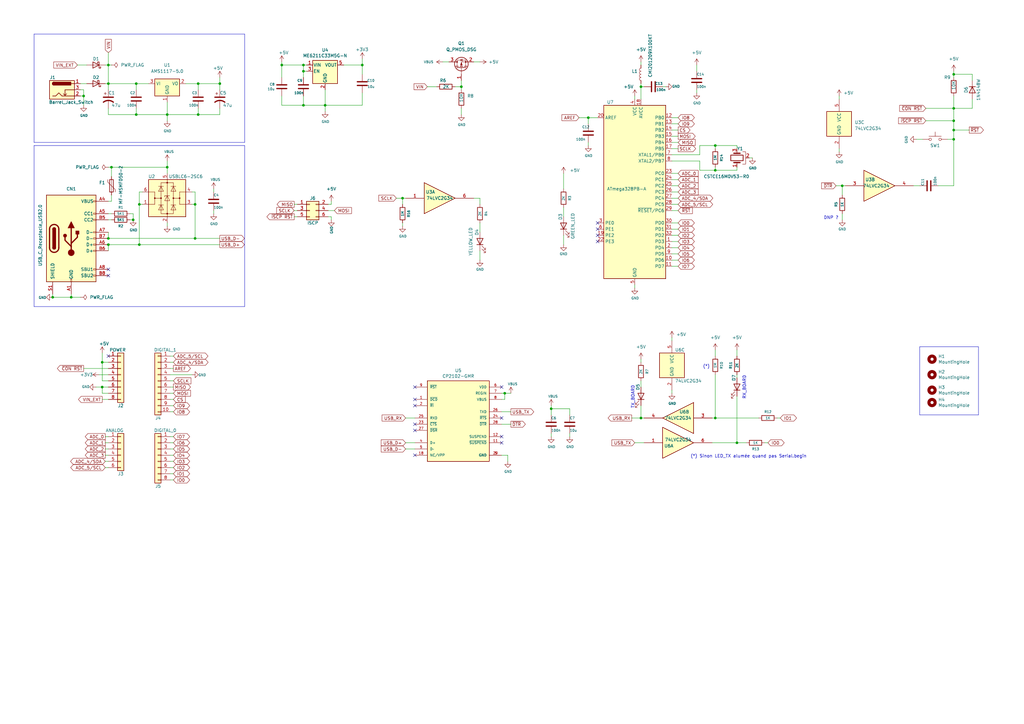
<source format=kicad_sch>
(kicad_sch (version 20230121) (generator eeschema)
  (paper "A3")
  (title_block (title "uPesy One") (company "uPesy Electronics") (comment 1 "This file is licensed under CC-BY-SA-4.0"))
  (junction (at 124.46 43.18))
  (junction (at 44.45 26.67))
  (junction (at 80.01 83.82))
  (junction (at 241.3 48.26))
  (junction (at 81.28 46.99))
  (junction (at 133.35 43.18))
  (junction (at 262.89 171.45))
  (junction (at 44.45 34.29))
  (junction (at 41.91 148.59))
  (junction (at 391.16 57.15))
  (junction (at 81.28 34.29))
  (junction (at 44.45 97.79))
  (junction (at 189.23 35.56))
  (junction (at 55.88 46.99))
  (junction (at 68.58 68.58))
  (junction (at 45.72 68.58))
  (junction (at 90.17 34.29))
  (junction (at 124.46 26.67))
  (junction (at 57.15 100.33))
  (junction (at 165.1 81.28))
  (junction (at 80.01 97.79))
  (junction (at 391.16 44.45))
  (junction (at 21.59 121.92))
  (junction (at 41.91 158.75))
  (junction (at 44.45 100.33))
  (junction (at 293.37 69.85))
  (junction (at 345.44 76.2))
  (junction (at 302.26 181.61))
  (junction (at 226.06 167.64))
  (junction (at 148.59 26.67))
  (junction (at 29.21 121.92))
  (junction (at 55.88 34.29))
  (junction (at 124.46 29.21))
  (junction (at 391.16 30.48))
  (junction (at 262.89 35.56))
  (junction (at 391.16 49.53))
  (junction (at 68.58 46.99))
  (junction (at 391.16 53.34))
  (junction (at 293.37 171.45))
  (junction (at 115.57 26.67))
  (junction (at 57.15 83.82))
  (junction (at 293.37 59.69))
  (junction (at 34.29 39.37))
  (junction (at 207.01 161.29))
  (junction (at 54.61 90.17))
  (no_connect (at 170.18 166.37))
  (no_connect (at 170.18 173.99))
  (no_connect (at 205.74 158.75))
  (no_connect (at 205.74 181.61))
  (no_connect (at 245.11 99.06))
  (no_connect (at 44.45 146.05))
  (no_connect (at 205.74 179.07))
  (no_connect (at 170.18 186.69))
  (no_connect (at 44.45 113.03))
  (no_connect (at 245.11 93.98))
  (no_connect (at 205.74 171.45))
  (no_connect (at 245.11 91.44))
  (no_connect (at 44.45 110.49))
  (no_connect (at 170.18 163.83))
  (no_connect (at 170.18 158.75))
  (no_connect (at 170.18 176.53))
  (no_connect (at 245.11 96.52))
  (wire (pts (xy 262.89 147.32) (xy 262.89 148.59)))
  (wire (pts (xy 54.61 90.17) (xy 54.61 87.63)))
  (wire (pts (xy 398.78 33.02) (xy 398.78 30.48)))
  (wire (pts (xy 124.46 29.21) (xy 124.46 26.67)))
  (wire (pts (xy 34.29 39.37) (xy 34.29 43.18)))
  (wire (pts (xy 275.59 48.26) (xy 278.13 48.26)))
  (polyline (pts (xy 401.32 170.18) (xy 401.32 142.24)))
  (wire (pts (xy 275.59 91.44) (xy 278.13 91.44)))
  (wire (pts (xy 275.59 71.12) (xy 278.13 71.12)))
  (wire (pts (xy 44.45 189.23) (xy 43.18 189.23)))
  (wire (pts (xy 391.16 44.45) (xy 391.16 49.53)))
  (polyline (pts (xy 100.33 59.69) (xy 100.33 125.73)))
  (wire (pts (xy 207.01 161.29) (xy 209.55 161.29)))
  (wire (pts (xy 44.45 191.77) (xy 43.18 191.77)))
  (wire (pts (xy 345.44 87.63) (xy 345.44 90.17)))
  (wire (pts (xy 275.59 99.06) (xy 278.13 99.06)))
  (wire (pts (xy 302.26 153.67) (xy 302.26 154.94)))
  (wire (pts (xy 307.34 64.77) (xy 308.61 64.77)))
  (wire (pts (xy 262.89 171.45) (xy 264.16 171.45)))
  (wire (pts (xy 226.06 177.8) (xy 226.06 179.07)))
  (wire (pts (xy 237.49 48.26) (xy 241.3 48.26)))
  (wire (pts (xy 162.56 81.28) (xy 165.1 81.28)))
  (wire (pts (xy 80.01 83.82) (xy 80.01 78.74)))
  (wire (pts (xy 262.89 25.4) (xy 262.89 26.67)))
  (wire (pts (xy 391.16 53.34) (xy 391.16 57.15)))
  (wire (pts (xy 233.68 167.64) (xy 226.06 167.64)))
  (wire (pts (xy 45.72 68.58) (xy 68.58 68.58)))
  (wire (pts (xy 135.89 88.9) (xy 135.89 90.17)))
  (wire (pts (xy 44.45 100.33) (xy 44.45 102.87)))
  (wire (pts (xy 262.89 171.45) (xy 259.08 171.45)))
  (wire (pts (xy 44.45 34.29) (xy 44.45 36.83)))
  (wire (pts (xy 44.45 95.25) (xy 44.45 97.79)))
  (wire (pts (xy 275.59 55.88) (xy 278.13 55.88)))
  (polyline (pts (xy 377.19 170.18) (xy 401.32 170.18)))
  (wire (pts (xy 275.59 76.2) (xy 278.13 76.2)))
  (wire (pts (xy 44.45 158.75) (xy 41.91 158.75)))
  (wire (pts (xy 44.45 26.67) (xy 44.45 34.29)))
  (wire (pts (xy 318.77 171.45) (xy 320.04 171.45)))
  (wire (pts (xy 293.37 59.69) (xy 302.26 59.69)))
  (wire (pts (xy 71.12 186.69) (xy 69.85 186.69)))
  (wire (pts (xy 57.15 100.33) (xy 90.17 100.33)))
  (wire (pts (xy 345.44 76.2) (xy 345.44 80.01)))
  (wire (pts (xy 241.3 58.42) (xy 241.3 59.69)))
  (wire (pts (xy 344.17 39.37) (xy 344.17 40.64)))
  (wire (pts (xy 262.89 34.29) (xy 262.89 35.56)))
  (wire (pts (xy 260.35 39.37) (xy 260.35 40.64)))
  (wire (pts (xy 231.14 85.09) (xy 231.14 88.9)))
  (wire (pts (xy 391.16 30.48) (xy 398.78 30.48)))
  (wire (pts (xy 226.06 170.18) (xy 226.06 167.64)))
  (wire (pts (xy 275.59 160.02) (xy 275.59 161.29)))
  (polyline (pts (xy 13.97 125.73) (xy 100.33 125.73)))
  (wire (pts (xy 262.89 166.37) (xy 262.89 171.45)))
  (wire (pts (xy 68.58 66.04) (xy 68.58 68.58)))
  (polyline (pts (xy 377.19 142.24) (xy 377.19 170.18)))
  (wire (pts (xy 379.73 44.45) (xy 391.16 44.45)))
  (wire (pts (xy 57.15 83.82) (xy 57.15 100.33)))
  (wire (pts (xy 124.46 29.21) (xy 124.46 31.75)))
  (wire (pts (xy 44.45 46.99) (xy 55.88 46.99)))
  (wire (pts (xy 69.85 161.29) (xy 71.12 161.29)))
  (wire (pts (xy 245.11 48.26) (xy 241.3 48.26)))
  (wire (pts (xy 34.29 36.83) (xy 34.29 39.37)))
  (wire (pts (xy 31.75 26.67) (xy 35.56 26.67)))
  (wire (pts (xy 287.02 63.5) (xy 287.02 59.69)))
  (wire (pts (xy 275.59 96.52) (xy 278.13 96.52)))
  (wire (pts (xy 71.12 191.77) (xy 69.85 191.77)))
  (wire (pts (xy 44.45 184.15) (xy 43.18 184.15)))
  (wire (pts (xy 44.45 26.67) (xy 45.72 26.67)))
  (wire (pts (xy 124.46 39.37) (xy 124.46 43.18)))
  (wire (pts (xy 260.35 116.84) (xy 260.35 118.11)))
  (wire (pts (xy 44.45 186.69) (xy 43.18 186.69)))
  (polyline (pts (xy 13.97 59.69) (xy 13.97 125.73)))
  (wire (pts (xy 292.1 181.61) (xy 302.26 181.61)))
  (wire (pts (xy 275.59 93.98) (xy 278.13 93.98)))
  (wire (pts (xy 45.72 72.39) (xy 45.72 68.58)))
  (wire (pts (xy 68.58 91.44) (xy 68.58 92.71)))
  (wire (pts (xy 21.59 120.65) (xy 21.59 121.92)))
  (wire (pts (xy 275.59 78.74) (xy 278.13 78.74)))
  (wire (pts (xy 33.02 34.29) (xy 35.56 34.29)))
  (wire (pts (xy 226.06 167.64) (xy 226.06 166.37)))
  (wire (pts (xy 68.58 71.12) (xy 68.58 68.58)))
  (wire (pts (xy 57.15 78.74) (xy 57.15 83.82)))
  (wire (pts (xy 68.58 46.99) (xy 81.28 46.99)))
  (wire (pts (xy 44.45 34.29) (xy 55.88 34.29)))
  (wire (pts (xy 302.26 69.85) (xy 293.37 69.85)))
  (wire (pts (xy 68.58 41.91) (xy 68.58 46.99)))
  (wire (pts (xy 43.18 34.29) (xy 44.45 34.29)))
  (wire (pts (xy 302.26 181.61) (xy 306.07 181.61)))
  (wire (pts (xy 391.16 53.34) (xy 397.51 53.34)))
  (wire (pts (xy 275.59 86.36) (xy 278.13 86.36)))
  (wire (pts (xy 302.26 143.51) (xy 302.26 146.05)))
  (wire (pts (xy 275.59 50.8) (xy 278.13 50.8)))
  (wire (pts (xy 45.72 80.01) (xy 45.72 82.55)))
  (wire (pts (xy 275.59 81.28) (xy 278.13 81.28)))
  (wire (pts (xy 115.57 25.4) (xy 115.57 26.67)))
  (wire (pts (xy 275.59 60.96) (xy 278.13 60.96)))
  (wire (pts (xy 165.1 81.28) (xy 166.37 81.28)))
  (wire (pts (xy 148.59 26.67) (xy 148.59 24.13)))
  (wire (pts (xy 391.16 39.37) (xy 391.16 44.45)))
  (wire (pts (xy 194.31 81.28) (xy 196.85 81.28)))
  (wire (pts (xy 78.74 83.82) (xy 80.01 83.82)))
  (wire (pts (xy 71.12 196.85) (xy 69.85 196.85)))
  (wire (pts (xy 33.02 36.83) (xy 34.29 36.83)))
  (wire (pts (xy 391.16 49.53) (xy 391.16 53.34)))
  (wire (pts (xy 275.59 106.68) (xy 278.13 106.68)))
  (wire (pts (xy 81.28 46.99) (xy 90.17 46.99)))
  (wire (pts (xy 45.72 90.17) (xy 44.45 90.17)))
  (wire (pts (xy 125.73 26.67) (xy 124.46 26.67)))
  (wire (pts (xy 44.45 163.83) (xy 41.91 163.83)))
  (wire (pts (xy 231.14 96.52) (xy 231.14 100.33)))
  (wire (pts (xy 44.45 153.67) (xy 40.64 153.67)))
  (wire (pts (xy 76.2 34.29) (xy 81.28 34.29)))
  (wire (pts (xy 148.59 30.48) (xy 148.59 26.67)))
  (wire (pts (xy 90.17 36.83) (xy 90.17 34.29)))
  (wire (pts (xy 60.96 34.29) (xy 55.88 34.29)))
  (wire (pts (xy 262.89 35.56) (xy 264.16 35.56)))
  (wire (pts (xy 275.59 66.04) (xy 287.02 66.04)))
  (wire (pts (xy 140.97 26.67) (xy 148.59 26.67)))
  (wire (pts (xy 71.12 194.31) (xy 69.85 194.31)))
  (wire (pts (xy 388.62 57.15) (xy 391.16 57.15)))
  (wire (pts (xy 398.78 40.64) (xy 398.78 44.45)))
  (wire (pts (xy 275.59 58.42) (xy 278.13 58.42)))
  (wire (pts (xy 170.18 184.15) (xy 166.37 184.15)))
  (wire (pts (xy 44.45 21.59) (xy 44.45 26.67)))
  (wire (pts (xy 391.16 29.21) (xy 391.16 30.48)))
  (wire (pts (xy 44.45 161.29) (xy 41.91 161.29)))
  (wire (pts (xy 44.45 179.07) (xy 43.18 179.07)))
  (wire (pts (xy 124.46 43.18) (xy 133.35 43.18)))
  (wire (pts (xy 120.65 88.9) (xy 121.92 88.9)))
  (wire (pts (xy 314.96 181.61) (xy 313.69 181.61)))
  (wire (pts (xy 71.12 184.15) (xy 69.85 184.15)))
  (wire (pts (xy 287.02 66.04) (xy 287.02 69.85)))
  (wire (pts (xy 29.21 121.92) (xy 21.59 121.92)))
  (wire (pts (xy 275.59 138.43) (xy 275.59 139.7)))
  (wire (pts (xy 69.85 148.59) (xy 71.12 148.59)))
  (wire (pts (xy 133.35 43.18) (xy 148.59 43.18)))
  (wire (pts (xy 44.45 97.79) (xy 80.01 97.79)))
  (wire (pts (xy 71.12 189.23) (xy 69.85 189.23)))
  (wire (pts (xy 233.68 170.18) (xy 233.68 167.64)))
  (wire (pts (xy 120.65 86.36) (xy 121.92 86.36)))
  (wire (pts (xy 78.74 78.74) (xy 80.01 78.74)))
  (wire (pts (xy 41.91 158.75) (xy 41.91 161.29)))
  (wire (pts (xy 285.75 26.67) (xy 285.75 29.21)))
  (wire (pts (xy 58.42 78.74) (xy 57.15 78.74)))
  (wire (pts (xy 55.88 46.99) (xy 68.58 46.99)))
  (wire (pts (xy 241.3 48.26) (xy 241.3 50.8)))
  (wire (pts (xy 81.28 46.99) (xy 81.28 44.45)))
  (wire (pts (xy 287.02 69.85) (xy 293.37 69.85)))
  (wire (pts (xy 189.23 35.56) (xy 189.23 33.02)))
  (wire (pts (xy 189.23 44.45) (xy 189.23 46.99)))
  (wire (pts (xy 189.23 35.56) (xy 189.23 36.83)))
  (wire (pts (xy 58.42 83.82) (xy 57.15 83.82)))
  (wire (pts (xy 120.65 83.82) (xy 121.92 83.82)))
  (wire (pts (xy 43.18 26.67) (xy 44.45 26.67)))
  (wire (pts (xy 391.16 76.2) (xy 384.81 76.2)))
  (polyline (pts (xy 100.33 13.97) (xy 13.97 13.97)))
  (wire (pts (xy 345.44 76.2) (xy 346.71 76.2)))
  (wire (pts (xy 181.61 25.4) (xy 184.15 25.4)))
  (wire (pts (xy 33.02 39.37) (xy 34.29 39.37)))
  (wire (pts (xy 375.92 57.15) (xy 378.46 57.15)))
  (polyline (pts (xy 100.33 58.42) (xy 100.33 13.97)))
  (wire (pts (xy 398.78 44.45) (xy 391.16 44.45)))
  (wire (pts (xy 41.91 156.21) (xy 41.91 148.59)))
  (wire (pts (xy 379.73 49.53) (xy 391.16 49.53)))
  (wire (pts (xy 115.57 43.18) (xy 124.46 43.18)))
  (wire (pts (xy 90.17 34.29) (xy 81.28 34.29)))
  (wire (pts (xy 69.85 151.13) (xy 71.12 151.13)))
  (wire (pts (xy 194.31 25.4) (xy 196.85 25.4)))
  (wire (pts (xy 44.45 151.13) (xy 34.29 151.13)))
  (wire (pts (xy 69.85 166.37) (xy 71.12 166.37)))
  (wire (pts (xy 391.16 30.48) (xy 391.16 31.75)))
  (wire (pts (xy 186.69 35.56) (xy 189.23 35.56)))
  (wire (pts (xy 80.01 97.79) (xy 90.17 97.79)))
  (wire (pts (xy 391.16 57.15) (xy 391.16 76.2)))
  (wire (pts (xy 275.59 109.22) (xy 278.13 109.22)))
  (wire (pts (xy 302.26 162.56) (xy 302.26 181.61)))
  (wire (pts (xy 208.28 186.69) (xy 208.28 189.23)))
  (wire (pts (xy 271.78 35.56) (xy 273.05 35.56)))
  (wire (pts (xy 41.91 144.78) (xy 41.91 148.59)))
  (wire (pts (xy 275.59 101.6) (xy 278.13 101.6)))
  (wire (pts (xy 44.45 44.45) (xy 44.45 46.99)))
  (wire (pts (xy 302.26 59.69) (xy 302.26 60.96)))
  (wire (pts (xy 196.85 102.87) (xy 196.85 106.68)))
  (wire (pts (xy 275.59 53.34) (xy 278.13 53.34)))
  (wire (pts (xy 207.01 163.83) (xy 205.74 163.83)))
  (wire (pts (xy 293.37 143.51) (xy 293.37 146.05)))
  (wire (pts (xy 90.17 31.75) (xy 90.17 34.29)))
  (wire (pts (xy 231.14 77.47) (xy 231.14 71.12)))
  (wire (pts (xy 69.85 153.67) (xy 78.74 153.67)))
  (polyline (pts (xy 13.97 59.69) (xy 100.33 59.69)))
  (wire (pts (xy 69.85 156.21) (xy 71.12 156.21)))
  (wire (pts (xy 170.18 171.45) (xy 166.37 171.45)))
  (wire (pts (xy 135.89 83.82) (xy 135.89 82.55)))
  (wire (pts (xy 53.34 87.63) (xy 54.61 87.63)))
  (polyline (pts (xy 13.97 58.42) (xy 100.33 58.42)))
  (wire (pts (xy 293.37 68.58) (xy 293.37 69.85)))
  (wire (pts (xy 55.88 34.29) (xy 55.88 36.83)))
  (wire (pts (xy 115.57 31.75) (xy 115.57 26.67)))
  (wire (pts (xy 115.57 26.67) (xy 124.46 26.67)))
  (wire (pts (xy 205.74 161.29) (xy 207.01 161.29)))
  (wire (pts (xy 81.28 34.29) (xy 81.28 36.83)))
  (wire (pts (xy 374.65 76.2) (xy 377.19 76.2)))
  (wire (pts (xy 302.26 68.58) (xy 302.26 69.85)))
  (wire (pts (xy 133.35 43.18) (xy 133.35 45.72)))
  (wire (pts (xy 44.45 148.59) (xy 41.91 148.59)))
  (wire (pts (xy 205.74 173.99) (xy 209.55 173.99)))
  (wire (pts (xy 69.85 163.83) (xy 71.12 163.83)))
  (wire (pts (xy 207.01 161.29) (xy 207.01 163.83)))
  (wire (pts (xy 115.57 39.37) (xy 115.57 43.18)))
  (wire (pts (xy 33.02 121.92) (xy 29.21 121.92)))
  (wire (pts (xy 68.58 46.99) (xy 68.58 49.53)))
  (wire (pts (xy 80.01 83.82) (xy 80.01 97.79)))
  (wire (pts (xy 262.89 35.56) (xy 262.89 40.64)))
  (wire (pts (xy 44.45 68.58) (xy 45.72 68.58)))
  (wire (pts (xy 205.74 168.91) (xy 209.55 168.91)))
  (polyline (pts (xy 13.97 13.97) (xy 13.97 58.42)))
  (wire (pts (xy 53.34 90.17) (xy 54.61 90.17)))
  (wire (pts (xy 293.37 171.45) (xy 311.15 171.45)))
  (wire (pts (xy 71.12 181.61) (xy 69.85 181.61)))
  (wire (pts (xy 87.63 86.36) (xy 87.63 87.63)))
  (wire (pts (xy 165.1 81.28) (xy 165.1 83.82)))
  (wire (pts (xy 44.45 181.61) (xy 43.18 181.61)))
  (wire (pts (xy 44.45 156.21) (xy 41.91 156.21)))
  (wire (pts (xy 293.37 59.69) (xy 293.37 60.96)))
  (wire (pts (xy 55.88 44.45) (xy 55.88 46.99)))
  (wire (pts (xy 205.74 186.69) (xy 208.28 186.69)))
  (wire (pts (xy 262.89 156.21) (xy 262.89 158.75)))
  (wire (pts (xy 69.85 168.91) (xy 71.12 168.91)))
  (wire (pts (xy 134.62 88.9) (xy 135.89 88.9)))
  (wire (pts (xy 344.17 60.96) (xy 344.17 62.23)))
  (wire (pts (xy 342.9 76.2) (xy 345.44 76.2)))
  (wire (pts (xy 44.45 100.33) (xy 57.15 100.33)))
  (wire (pts (xy 69.85 146.05) (xy 71.12 146.05)))
  (wire (pts (xy 44.45 87.63) (xy 45.72 87.63)))
  (wire (pts (xy 275.59 63.5) (xy 287.02 63.5)))
  (wire (pts (xy 196.85 91.44) (xy 196.85 95.25)))
  (wire (pts (xy 175.26 35.56) (xy 179.07 35.56)))
  (wire (pts (xy 87.63 77.47) (xy 87.63 78.74)))
  (wire (pts (xy 41.91 158.75) (xy 39.37 158.75)))
  (wire (pts (xy 275.59 104.14) (xy 278.13 104.14)))
  (wire (pts (xy 285.75 36.83) (xy 285.75 38.1)))
  (wire (pts (xy 45.72 82.55) (xy 44.45 82.55)))
  (wire (pts (xy 233.68 177.8) (xy 233.68 179.07)))
  (wire (pts (xy 287.02 59.69) (xy 293.37 59.69)))
  (wire (pts (xy 133.35 36.83) (xy 133.35 43.18)))
  (wire (pts (xy 166.37 181.61) (xy 170.18 181.61)))
  (wire (pts (xy 275.59 83.82) (xy 278.13 83.82)))
  (wire (pts (xy 134.62 83.82) (xy 135.89 83.82)))
  (wire (pts (xy 293.37 153.67) (xy 293.37 171.45)))
  (wire (pts (xy 134.62 86.36) (xy 137.16 86.36)))
  (wire (pts (xy 69.85 158.75) (xy 71.12 158.75)))
  (wire (pts (xy 90.17 46.99) (xy 90.17 44.45)))
  (polyline (pts (xy 401.32 142.24) (xy 377.19 142.24)))
  (wire (pts (xy 29.21 120.65) (xy 29.21 121.92)))
  (wire (pts (xy 260.35 181.61) (xy 264.16 181.61)))
  (wire (pts (xy 71.12 179.07) (xy 69.85 179.07)))
  (wire (pts (xy 148.59 38.1) (xy 148.59 43.18)))
  (wire (pts (xy 292.1 171.45) (xy 293.37 171.45)))
  (wire (pts (xy 275.59 73.66) (xy 278.13 73.66)))
  (wire (pts (xy 196.85 81.28) (xy 196.85 83.82)))
  (wire (pts (xy 165.1 91.44) (xy 165.1 92.71)))
  (wire (pts (xy 125.73 29.21) (xy 124.46 29.21)))
  (text "TX_BOARD" (at 260.35 167.64 90) (effects (font (size 1.27 1.27)) (justify left bottom)))
  (text "(*) Sinon LED_TX alumée quand pas Serial.begin" (at 283.21 187.96 0) (effects (font (size 1.27 1.27)) (justify left bottom)))
  (text "RX_BOARD" (at 306.07 163.83 90) (effects (font (size 1.27 1.27)) (justify left bottom)))
  (text "(*)" (at 288.29 151.13 0) (effects (font (size 1.27 1.27)) (justify left bottom)))
  (text "DNP ?" (at 337.82 90.17 0) (effects (font (size 1.27 1.27)) (justify left bottom)))
  (global_label "MOSI" (shape output) (at 278.13 55.88 0) (property "Intersheetrefs" "${INTERSHEET_REFS}" (effects hide)))
  (global_label "ADC_4{slash}SDA" (shape bidirectional) (at 278.13 81.28 0) (property "Intersheetrefs" "${INTERSHEET_REFS}" (effects hide)))
  (global_label "CS" (shape input) (at 71.12 163.83 0) (property "Intersheetrefs" "${INTERSHEET_REFS}" (effects hide)))
  (global_label "SCLK" (shape input) (at 162.56 81.28 180) (property "Intersheetrefs" "${INTERSHEET_REFS}" (effects hide)))
  (global_label "~{DTR}" (shape output) (at 209.55 173.99 0) (property "Intersheetrefs" "${INTERSHEET_REFS}" (effects hide)))
  (global_label "~{CON RST}" (shape input) (at 379.73 44.45 180) (property "Intersheetrefs" "${INTERSHEET_REFS}" (effects hide)))
  (global_label "MISO" (shape output) (at 120.65 83.82 180) (property "Intersheetrefs" "${INTERSHEET_REFS}" (effects hide)))
  (global_label "ADC_1" (shape input) (at 278.13 73.66 0) (property "Intersheetrefs" "${INTERSHEET_REFS}" (effects hide)))
  (global_label "IO0" (shape bidirectional) (at 314.96 181.61 0) (property "Intersheetrefs" "${INTERSHEET_REFS}" (effects hide)))
  (global_label "SCLK" (shape output) (at 278.13 60.96 0) (property "Intersheetrefs" "${INTERSHEET_REFS}" (effects hide)))
  (global_label "IO3" (shape bidirectional) (at 71.12 189.23 0) (property "Intersheetrefs" "${INTERSHEET_REFS}" (effects hide)))
  (global_label "IO3" (shape bidirectional) (at 278.13 99.06 0) (property "Intersheetrefs" "${INTERSHEET_REFS}" (effects hide)))
  (global_label "IO8" (shape bidirectional) (at 71.12 168.91 0) (property "Intersheetrefs" "${INTERSHEET_REFS}" (effects hide)))
  (global_label "IO9" (shape bidirectional) (at 71.12 166.37 0) (property "Intersheetrefs" "${INTERSHEET_REFS}" (effects hide)))
  (global_label "~{RST}" (shape input) (at 278.13 86.36 0) (property "Intersheetrefs" "${INTERSHEET_REFS}" (effects hide)))
  (global_label "USB_RX" (shape output) (at 259.08 171.45 180) (property "Intersheetrefs" "${INTERSHEET_REFS}" (effects hide)))
  (global_label "ADC_3" (shape output) (at 43.18 186.69 180) (property "Intersheetrefs" "${INTERSHEET_REFS}" (effects hide)))
  (global_label "SCLK" (shape input) (at 71.12 156.21 0) (property "Intersheetrefs" "${INTERSHEET_REFS}" (effects hide)))
  (global_label "IO5" (shape bidirectional) (at 71.12 184.15 0) (property "Intersheetrefs" "${INTERSHEET_REFS}" (effects hide)))
  (global_label "USB_D+" (shape output) (at 90.17 100.33 0) (property "Intersheetrefs" "${INTERSHEET_REFS}" (effects hide)))
  (global_label "IO2" (shape bidirectional) (at 71.12 191.77 0) (property "Intersheetrefs" "${INTERSHEET_REFS}" (effects hide)))
  (global_label "ADC_0" (shape input) (at 278.13 71.12 0) (property "Intersheetrefs" "${INTERSHEET_REFS}" (effects hide)))
  (global_label "USB_TX" (shape input) (at 260.35 181.61 180) (property "Intersheetrefs" "${INTERSHEET_REFS}" (effects hide)))
  (global_label "ADC_1" (shape output) (at 43.18 181.61 180) (property "Intersheetrefs" "${INTERSHEET_REFS}" (effects hide)))
  (global_label "ADC_5{slash}SCL" (shape bidirectional) (at 71.12 146.05 0) (property "Intersheetrefs" "${INTERSHEET_REFS}" (effects hide)))
  (global_label "VIN_EXT" (shape input) (at 31.75 26.67 180) (property "Intersheetrefs" "${INTERSHEET_REFS}" (effects hide)))
  (global_label "IO4" (shape bidirectional) (at 71.12 186.69 0) (property "Intersheetrefs" "${INTERSHEET_REFS}" (effects hide)))
  (global_label "ADC_2" (shape input) (at 278.13 76.2 0) (property "Intersheetrefs" "${INTERSHEET_REFS}" (effects hide)))
  (global_label "IO2" (shape bidirectional) (at 278.13 96.52 0) (property "Intersheetrefs" "${INTERSHEET_REFS}" (effects hide)))
  (global_label "IO6" (shape bidirectional) (at 71.12 181.61 0) (property "Intersheetrefs" "${INTERSHEET_REFS}" (effects hide)))
  (global_label "ADC_4{slash}SDA" (shape bidirectional) (at 71.12 148.59 0) (property "Intersheetrefs" "${INTERSHEET_REFS}" (effects hide)))
  (global_label "VIN" (shape input) (at 44.45 21.59 90) (property "Intersheetrefs" "${INTERSHEET_REFS}" (effects hide)))
  (global_label "IO7" (shape bidirectional) (at 71.12 179.07 0) (property "Intersheetrefs" "${INTERSHEET_REFS}" (effects hide)))
  (global_label "IO7" (shape bidirectional) (at 278.13 109.22 0) (property "Intersheetrefs" "${INTERSHEET_REFS}" (effects hide)))
  (global_label "~{RST}" (shape output) (at 397.51 53.34 0) (property "Intersheetrefs" "${INTERSHEET_REFS}" (effects hide)))
  (global_label "ADC_3" (shape input) (at 278.13 78.74 0) (property "Intersheetrefs" "${INTERSHEET_REFS}" (effects hide)))
  (global_label "AREF" (shape input) (at 237.49 48.26 180) (property "Intersheetrefs" "${INTERSHEET_REFS}" (effects hide)))
  (global_label "USB_D+" (shape input) (at 166.37 181.61 180) (property "Intersheetrefs" "${INTERSHEET_REFS}" (effects hide)))
  (global_label "IO6" (shape bidirectional) (at 278.13 106.68 0) (property "Intersheetrefs" "${INTERSHEET_REFS}" (effects hide)))
  (global_label "USB_D-" (shape input) (at 166.37 184.15 180) (property "Intersheetrefs" "${INTERSHEET_REFS}" (effects hide)))
  (global_label "~{DTR}" (shape input) (at 342.9 76.2 180) (property "Intersheetrefs" "${INTERSHEET_REFS}" (effects hide)))
  (global_label "IO0" (shape bidirectional) (at 278.13 91.44 0) (property "Intersheetrefs" "${INTERSHEET_REFS}" (effects hide)))
  (global_label "IO0" (shape bidirectional) (at 71.12 196.85 0) (property "Intersheetrefs" "${INTERSHEET_REFS}" (effects hide)))
  (global_label "MISO" (shape output) (at 71.12 158.75 0) (property "Intersheetrefs" "${INTERSHEET_REFS}" (effects hide)))
  (global_label "AREF" (shape output) (at 71.12 151.13 0) (property "Intersheetrefs" "${INTERSHEET_REFS}" (effects hide)))
  (global_label "VIN" (shape input) (at 175.26 35.56 180) (property "Intersheetrefs" "${INTERSHEET_REFS}" (effects hide)))
  (global_label "VIN_EXT" (shape output) (at 41.91 163.83 180) (property "Intersheetrefs" "${INTERSHEET_REFS}" (effects hide)))
  (global_label "ADC_5{slash}SCL" (shape bidirectional) (at 43.18 191.77 180) (property "Intersheetrefs" "${INTERSHEET_REFS}" (effects hide)))
  (global_label "IO4" (shape bidirectional) (at 278.13 101.6 0) (property "Intersheetrefs" "${INTERSHEET_REFS}" (effects hide)))
  (global_label "IO1" (shape bidirectional) (at 278.13 93.98 0) (property "Intersheetrefs" "${INTERSHEET_REFS}" (effects hide)))
  (global_label "MOSI" (shape input) (at 137.16 86.36 0) (property "Intersheetrefs" "${INTERSHEET_REFS}" (effects hide)))
  (global_label "USB_RX" (shape input) (at 166.37 171.45 180) (property "Intersheetrefs" "${INTERSHEET_REFS}" (effects hide)))
  (global_label "~{ISCP RST}" (shape input) (at 379.73 49.53 180) (property "Intersheetrefs" "${INTERSHEET_REFS}" (effects hide)))
  (global_label "ADC_2" (shape output) (at 43.18 184.15 180) (property "Intersheetrefs" "${INTERSHEET_REFS}" (effects hide)))
  (global_label "IO9" (shape bidirectional) (at 278.13 50.8 0) (property "Intersheetrefs" "${INTERSHEET_REFS}" (effects hide)))
  (global_label "ADC_5{slash}SCL" (shape bidirectional) (at 278.13 83.82 0) (property "Intersheetrefs" "${INTERSHEET_REFS}" (effects hide)))
  (global_label "MOSI" (shape input) (at 71.12 161.29 0) (property "Intersheetrefs" "${INTERSHEET_REFS}" (effects hide)))
  (global_label "MISO" (shape input) (at 278.13 58.42 0) (property "Intersheetrefs" "${INTERSHEET_REFS}" (effects hide)))
  (global_label "CS" (shape output) (at 278.13 53.34 0) (property "Intersheetrefs" "${INTERSHEET_REFS}" (effects hide)))
  (global_label "SCLK" (shape input) (at 120.65 86.36 180) (property "Intersheetrefs" "${INTERSHEET_REFS}" (effects hide)))
  (global_label "IO1" (shape bidirectional) (at 320.04 171.45 0) (property "Intersheetrefs" "${INTERSHEET_REFS}" (effects hide)))
  (global_label "~{CON RST}" (shape output) (at 34.29 151.13 180) (property "Intersheetrefs" "${INTERSHEET_REFS}" (effects hide)))
  (global_label "ADC_4{slash}SDA" (shape bidirectional) (at 43.18 189.23 180) (property "Intersheetrefs" "${INTERSHEET_REFS}" (effects hide)))
  (global_label "IO8" (shape bidirectional) (at 278.13 48.26 0) (property "Intersheetrefs" "${INTERSHEET_REFS}" (effects hide)))
  (global_label "~{ISCP RST}" (shape output) (at 120.65 88.9 180) (property "Intersheetrefs" "${INTERSHEET_REFS}" (effects hide)))
  (global_label "IO1" (shape bidirectional) (at 71.12 194.31 0) (property "Intersheetrefs" "${INTERSHEET_REFS}" (effects hide)))
  (global_label "ADC_0" (shape output) (at 43.18 179.07 180) (property "Intersheetrefs" "${INTERSHEET_REFS}" (effects hide)))
  (global_label "USB_TX" (shape output) (at 209.55 168.91 0) (property "Intersheetrefs" "${INTERSHEET_REFS}" (effects hide)))
  (global_label "IO5" (shape bidirectional) (at 278.13 104.14 0) (property "Intersheetrefs" "${INTERSHEET_REFS}" (effects hide)))
  (global_label "USB_D-" (shape output) (at 90.17 97.79 0) (property "Intersheetrefs" "${INTERSHEET_REFS}" (effects hide)))
  (symbol (lib_id "Device:R") (at 49.53 87.63 90) (mirror x) (unit 1)
    (property "Reference" "R1" (at 49.53 85.09 90) (effects (font (size 0.9906 0.9906))))
    (property "Value" "5K1" (at 49.53 87.63 90) (effects (font (size 0.9906 0.9906))))
    (property "Footprint" "Resistor_SMD:R_0603_1608Metric" (effects hide))
  )
  (symbol (lib_id "power:GND") (at 21.59 121.92 270) (unit 1)
    (property "Reference" "#PWR01" (effects hide))
    (property "Value" "GND" (at 17.399 122.047 90) (effects (font (size 0.9906 0.9906))))
  )
  (symbol (lib_id "Device:R") (at 231.14 81.28 180) (unit 1)
    (property "Reference" "R3" (at 233.68 81.28 90) (effects (font (size 0.9906 0.9906))))
    (property "Value" "2K" (at 231.14 81.28 90) (effects (font (size 0.9906 0.9906))))
    (property "Footprint" "Resistor_SMD:R_0603_1608Metric" (effects hide))
  )
  (symbol (lib_id "power:GND") (at 231.14 100.33 0) (unit 1)
    (property "Reference" "#PWR018" (effects hide))
    (property "Value" "GND" (at 231.14 104.14 0) (effects (font (size 0.9906 0.9906))))
  )
  (symbol (lib_id "upesy_ppl:USB_C_Receptacle_USB2.0") (at 29.21 97.79 0) (unit 1)
    (property "Reference" "CN1" (at 29.21 77.47 0))
    (property "Value" "USB_C_Receptacle_USB2.0" (at 16.51 96.52 90))
    (property "Footprint" "upesy_ppl:USB_C_C165948" (effects hide))
    (property "Datasheet" "https://www.usb.org/sites/default/files/documents/usb_type-c.zip" (effects hide))
  )
  (symbol (lib_id "power:GND") (at 68.58 92.71 0) (unit 1)
    (property "Reference" "#PWR09" (effects hide))
    (property "Value" "GND" (at 72.39 93.98 0) (effects (font (size 0.9906 0.9906))))
  )
  (symbol (lib_id "Mechanical:MountingHole") (at 382.27 160.02 0) (unit 1)
    (property "Reference" "H3" (at 384.81 158.8516 0) (effects (justify left)))
    (property "Value" "MountingHole" (at 384.81 161.163 0) (effects (justify left)))
    (property "Footprint" "MountingHole:MountingHole_3.2mm_M3_DIN965" (effects hide))
  )
  (symbol (lib_id "Mechanical:MountingHole") (at 382.27 165.1 0) (unit 1)
    (property "Reference" "H4" (at 384.81 163.9316 0) (effects (justify left)))
    (property "Value" "MountingHole" (at 384.81 166.243 0) (effects (justify left)))
    (property "Footprint" "MountingHole:MountingHole_3.2mm_M3_DIN965" (effects hide))
  )
  (symbol (lib_id "Mechanical:MountingHole") (at 382.27 147.32 0) (unit 1)
    (property "Reference" "H1" (at 384.81 146.1516 0) (effects (justify left)))
    (property "Value" "MountingHole" (at 384.81 148.463 0) (effects (justify left)))
    (property "Footprint" "MountingHole:MountingHole_3.2mm_M3_DIN965" (effects hide))
  )
  (symbol (lib_id "Device:C") (at 87.63 82.55 0) (mirror x) (unit 1)
    (property "Reference" "C4" (at 87.63 80.01 0) (effects (font (size 0.9906 0.9906)) (justify left)))
    (property "Value" "100n" (at 87.63 85.09 0) (effects (font (size 0.9906 0.9906)) (justify left)))
    (property "Footprint" "Capacitor_SMD:C_0603_1608Metric" (effects hide))
  )
  (symbol (lib_id "power:GND") (at 87.63 87.63 0) (unit 1)
    (property "Reference" "#PWR012" (effects hide))
    (property "Value" "GND" (at 87.757 91.821 0) (effects (font (size 0.9906 0.9906))))
  )
  (symbol (lib_id "power:VBUS") (at 68.58 66.04 0) (unit 1)
    (property "Reference" "#PWR08" (effects hide))
    (property "Value" "VBUS" (at 67.31 62.23 0) (effects (font (size 0.9906 0.9906)) (justify left)))
  )
  (symbol (lib_id "power:PWR_FLAG") (at 44.45 68.58 90) (unit 1)
    (property "Reference" "#FLG02" (effects hide))
    (property "Value" "PWR_FLAG" (at 40.64 68.58 90) (effects (justify left)))
  )
  (symbol (lib_id "power:PWR_FLAG") (at 33.02 121.92 270) (unit 1)
    (property "Reference" "#FLG01" (effects hide))
    (property "Value" "PWR_FLAG" (at 36.83 121.92 90) (effects (justify left)))
  )
  (symbol (lib_id "Device:Polyfuse") (at 45.72 76.2 180) (unit 1)
    (property "Reference" "F1" (at 40.64 74.93 0) (effects (justify right)))
    (property "Value" "MF-MSMF050-2" (at 49.53 83.82 90) (effects (justify right)))
    (property "Footprint" "Resistor_SMD:R_1812_4532Metric" (effects hide))
  )
  (symbol (lib_id "power:VBUS") (at 87.63 77.47 0) (unit 1)
    (property "Reference" "#PWR011" (effects hide))
    (property "Value" "VBUS" (at 86.36 73.66 0) (effects (font (size 0.9906 0.9906)) (justify left)))
  )
  (symbol (lib_id "Device:R") (at 49.53 90.17 90) (unit 1)
    (property "Reference" "R2" (at 49.53 92.71 90) (effects (font (size 0.9906 0.9906))))
    (property "Value" "5K1" (at 49.53 90.17 90) (effects (font (size 0.9906 0.9906))))
    (property "Footprint" "Resistor_SMD:R_0603_1608Metric" (effects hide))
  )
  (symbol (lib_id "Power_Protection:USBLC6-2SC6") (at 68.58 81.28 0) (unit 1)
    (property "Reference" "U2" (at 62.23 72.39 0))
    (property "Value" "USBLC6-2SC6" (at 76.2 72.39 0))
    (property "Footprint" "Package_TO_SOT_SMD:SOT-23-6" (effects hide))
    (property "Datasheet" "https://www.st.com/resource/en/datasheet/usblc6-2.pdf" (effects hide))
  )
  (symbol (lib_id "Device:R") (at 293.37 64.77 180) (unit 1)
    (property "Reference" "R14" (at 295.91 64.77 90) (effects (font (size 0.9906 0.9906))))
    (property "Value" "1M" (at 293.37 64.77 90) (effects (font (size 0.9906 0.9906))))
    (property "Footprint" "Resistor_SMD:R_0603_1608Metric" (effects hide))
  )
  (symbol (lib_id "power:GND") (at 196.85 106.68 0) (unit 1)
    (property "Reference" "#PWR021" (effects hide))
    (property "Value" "GND" (at 196.85 110.49 0) (effects (font (size 0.9906 0.9906))))
  )
  (symbol (lib_id "Device:LED") (at 231.14 92.71 90) (unit 1)
    (property "Reference" "D3" (at 229.87 88.9 0))
    (property "Value" "GREEN_LED" (at 234.95 92.71 0))
    (property "Footprint" "LED_SMD:LED_0603_1608Metric" (effects hide))
  )
  (symbol (lib_id "Mechanical:MountingHole") (at 382.27 153.67 0) (unit 1)
    (property "Reference" "H2" (at 384.81 152.5016 0) (effects (justify left)))
    (property "Value" "MountingHole" (at 384.81 154.813 0) (effects (justify left)))
    (property "Footprint" "MountingHole:MountingHole_3.2mm_M3_DIN965" (effects hide))
  )
  (symbol (lib_id "power:GND") (at 54.61 90.17 0) (unit 1)
    (property "Reference" "#PWR06" (effects hide))
    (property "Value" "GND" (at 54.737 94.361 0) (effects (font (size 0.9906 0.9906))))
  )
  (symbol (lib_id "Device:LED") (at 196.85 99.06 90) (unit 1)
    (property "Reference" "D4" (at 195.58 95.25 0))
    (property "Value" "YELLOW_LED" (at 193.04 99.06 0))
    (property "Footprint" "LED_SMD:LED_0603_1608Metric" (effects hide))
  )
  (symbol (lib_id "Device:C") (at 381 76.2 270) (mirror x) (unit 1)
    (property "Reference" "C11" (at 378.46 76.2 0) (effects (font (size 0.9906 0.9906)) (justify left)))
    (property "Value" "100n" (at 383.54 76.2 0) (effects (font (size 0.9906 0.9906)) (justify left)))
    (property "Footprint" "Capacitor_SMD:C_0603_1608Metric" (effects hide))
  )
  (symbol (lib_id "power:GND") (at 260.35 118.11 0) (unit 1)
    (property "Reference" "#PWR040" (effects hide))
    (property "Value" "GND" (at 260.477 122.301 0) (effects (font (size 0.9906 0.9906))))
  )
  (symbol (lib_id "power:+5V") (at 260.35 39.37 0) (unit 1)
    (property "Reference" "#PWR039" (effects hide))
    (property "Value" "+5V" (at 257.81 35.56 0))
  )
  (symbol (lib_id "Device:C") (at 55.88 40.64 0) (unit 1)
    (property "Reference" "C2" (at 53.34 38.1 0) (effects (font (size 0.9906 0.9906)) (justify left)))
    (property "Value" "100n" (at 52.07 43.18 0) (effects (font (size 0.9906 0.9906)) (justify left)))
    (property "Footprint" "Capacitor_SMD:C_0603_1608Metric" (effects hide))
  )
  (symbol (lib_id "Connector:Barrel_Jack_Switch") (at 25.4 36.83 0) (unit 1)
    (property "Reference" "J1" (at 21.59 31.75 0))
    (property "Value" "Barrel_Jack_Switch" (at 29.21 41.91 0))
    (property "Footprint" "upesy_ppl:DC-IN_DC050-T" (effects hide))
  )
  (symbol (lib_id "power:+5V") (at 115.57 25.4 0) (unit 1)
    (property "Reference" "#PWR019" (effects hide))
    (property "Value" "+5V" (at 114.3 21.59 0) (effects (justify left)))
  )
  (symbol (lib_id "power:+5V") (at 196.85 25.4 270) (unit 1)
    (property "Reference" "#PWR035" (effects hide))
    (property "Value" "+5V" (at 204.47 25.4 90) (effects (justify right)))
  )
  (symbol (lib_name "74LVC2G34_1") (lib_id "74xGxx:74LVC2G34") (at 361.95 76.2 0) (unit 2)
    (property "Reference" "U3" (at 356.87 73.66 0))
    (property "Value" "74LVC2G34" (at 359.41 76.2 0))
    (property "Footprint" "Package_TO_SOT_SMD:SOT-363_SC-70-6" (effects hide))
    (property "Datasheet" "http://www.ti.com/lit/sg/scyt129e/scyt129e.pdf" (effects hide))
  )
  (symbol (lib_id "power:GND") (at 165.1 92.71 0) (unit 1)
    (property "Reference" "#PWR048" (effects hide))
    (property "Value" "GND" (at 165.227 96.901 0) (effects (font (size 0.9906 0.9906))))
  )
  (symbol (lib_id "power:+5V") (at 231.14 71.12 0) (unit 1)
    (property "Reference" "#PWR017" (effects hide))
    (property "Value" "+5V" (at 233.68 69.8499 0) (effects (justify left)))
  )
  (symbol (lib_id "Regulator_Linear:AMS1117-5.0") (at 68.58 34.29 0) (unit 1)
    (property "Reference" "U1" (at 68.58 26.67 0))
    (property "Value" "AMS1117-5.0" (at 68.58 29.21 0))
    (property "Footprint" "Package_TO_SOT_SMD:SOT-223-3_TabPin2" (effects hide))
    (property "Datasheet" "http://www.advanced-monolithic.com/pdf/ds1117.pdf" (effects hide))
  )
  (symbol (lib_id "Device:R") (at 302.26 149.86 0) (mirror x) (unit 1)
    (property "Reference" "R11" (at 299.72 149.86 90) (effects (font (size 0.9906 0.9906))))
    (property "Value" "2K" (at 302.26 149.86 90) (effects (font (size 0.9906 0.9906))))
    (property "Footprint" "Resistor_SMD:R_0603_1608Metric" (effects hide))
  )
  (symbol (lib_id "Device:C") (at 148.59 34.29 0) (mirror x) (unit 1)
    (property "Reference" "C10" (at 153.67 33.02 0) (effects (font (size 0.9906 0.9906)) (justify right)))
    (property "Value" "10u" (at 153.67 35.56 0) (effects (font (size 0.9906 0.9906)) (justify right)))
    (property "Footprint" "Capacitor_SMD:C_0603_1608Metric" (effects hide))
  )
  (symbol (lib_id "power:GND") (at 375.92 57.15 270) (unit 1)
    (property "Reference" "#PWR028" (effects hide))
    (property "Value" "GND" (at 371.729 57.277 0) (effects (font (size 0.9906 0.9906))))
  )
  (symbol (lib_id "power:GND") (at 189.23 46.99 0) (unit 1)
    (property "Reference" "#PWR031" (effects hide))
    (property "Value" "GND" (at 189.357 51.181 0) (effects (font (size 0.9906 0.9906))))
  )
  (symbol (lib_id "Device:R") (at 196.85 87.63 180) (unit 1)
    (property "Reference" "R4" (at 199.39 87.63 90) (effects (font (size 0.9906 0.9906))))
    (property "Value" "2K" (at 196.85 87.63 90) (effects (font (size 0.9906 0.9906))))
    (property "Footprint" "Resistor_SMD:R_0603_1608Metric" (effects hide))
  )
  (symbol (lib_id "power:+5V") (at 293.37 143.51 0) (mirror y) (unit 1)
    (property "Reference" "#PWR036" (effects hide))
    (property "Value" "+5V" (at 293.37 138.43 0))
  )
  (symbol (lib_id "power:GND") (at 345.44 90.17 0) (unit 1)
    (property "Reference" "#PWR022" (effects hide))
    (property "Value" "GND" (at 345.44 93.98 0) (effects (font (size 0.9906 0.9906))))
  )
  (symbol (lib_id "power:+5V") (at 41.91 144.78 0) (unit 1)
    (property "Reference" "#PWR05" (effects hide))
    (property "Value" "+5V" (at 40.64 140.97 0) (effects (justify left)))
  )
  (symbol (lib_id "power:+5V") (at 135.89 82.55 0) (unit 1)
    (property "Reference" "#PWR041" (effects hide))
    (property "Value" "+5V" (at 135.89 77.47 0))
  )
  (symbol (lib_id "Device:Crystal_GND2") (at 302.26 64.77 90) (unit 1)
    (property "Reference" "Y1" (at 304.8 60.96 90) (effects (justify left)))
    (property "Value" "CSTCE16M0V53-R0" (at 307.34 72.39 90) (effects (justify left)))
    (property "Footprint" "upesy_ppl:OSC-SMD_3P-L3.2-W1.3-P0.95-L" (effects hide))
    (property "Datasheet" "https://lcsc.com/product-detail/Ceramic-Resonators_muRata_CSTCE16M0V53-R0_CSTCE16M0V53-R0_C32180.html" (effects hide))
  )
  (symbol (lib_id "Device:D_Schottky") (at 39.37 34.29 180) (unit 1)
    (property "Reference" "D2" (at 39.37 31.75 0))
    (property "Value" "MBR120LSF" (effects hide))
    (property "Footprint" "Diode_SMD:D_SOD-123" (effects hide))
  )
  (symbol (lib_id "Device:C_Polarized_US") (at 44.45 40.64 0) (unit 1)
    (property "Reference" "C1" (at 44.45 38.1 0) (effects (justify left)))
    (property "Value" "47u" (at 45.72 43.18 0) (effects (justify left)))
    (property "Footprint" "Capacitor_SMD:CP_Elec_6.3x5.4" (effects hide))
  )
  (symbol (lib_id "power:VBUS") (at 209.55 161.29 0) (unit 1)
    (property "Reference" "#PWR027" (effects hide))
    (property "Value" "VBUS" (at 208.28 157.48 0) (effects (font (size 0.9906 0.9906)) (justify left)))
  )
  (symbol (lib_id "Device:C") (at 267.97 35.56 90) (unit 1)
    (property "Reference" "C13" (at 271.78 34.29 90) (effects (font (size 0.9906 0.9906)) (justify left)))
    (property "Value" "100n" (at 273.05 36.83 90) (effects (font (size 0.9906 0.9906)) (justify left)))
    (property "Footprint" "Capacitor_SMD:C_0603_1608Metric" (effects hide))
  )
  (symbol (lib_id "power:+5V") (at 285.75 26.67 0) (unit 1)
    (property "Reference" "#PWR045" (effects hide))
    (property "Value" "+5V" (at 285.75 21.59 0))
  )
  (symbol (lib_name "74LVC2G34_2") (lib_id "74xGxx:74LVC2G34") (at 344.17 50.8 0) (unit 3)
    (property "Reference" "U3" (at 350.52 50.165 0) (effects (justify left)))
    (property "Value" "74LVC2G34" (at 350.52 52.705 0) (effects (justify left)))
    (property "Datasheet" "http://www.ti.com/lit/sg/scyt129e/scyt129e.pdf" (effects hide))
  )
  (symbol (lib_id "Device:C_Polarized_US") (at 90.17 40.64 0) (unit 1)
    (property "Reference" "C5" (at 90.17 38.1 0) (effects (justify left)))
    (property "Value" "47u" (at 91.44 43.18 0) (effects (justify left)))
    (property "Footprint" "Capacitor_SMD:CP_Elec_6.3x5.4" (effects hide))
  )
  (symbol (lib_id "Device:LED") (at 262.89 162.56 270) (mirror x) (unit 1)
    (property "Reference" "D5" (at 261.62 158.75 0))
    (property "Value" "YELLOW_LED" (effects hide))
    (property "Footprint" "LED_SMD:LED_0603_1608Metric" (effects hide))
  )
  (symbol (lib_id "Regulator_Linear:AP2112K-3.3") (at 133.35 29.21 0) (unit 1)
    (property "Reference" "U4" (at 133.35 20.5232 0))
    (property "Value" "ME6211C33M5G-N" (at 133.35 22.8346 0))
    (property "Footprint" "Package_TO_SOT_SMD:SOT-23-5" (effects hide))
  )
  (symbol (lib_id "power:GND") (at 273.05 35.56 90) (unit 1)
    (property "Reference" "#PWR044" (effects hide))
    (property "Value" "GND" (at 277.241 35.433 90) (effects (font (size 0.9906 0.9906))))
  )
  (symbol (lib_id "power:+5V") (at 262.89 25.4 0) (unit 1)
    (property "Reference" "#PWR043" (effects hide))
    (property "Value" "+5V" (at 262.89 20.32 0))
  )
  (symbol (lib_id "power:+5V") (at 275.59 138.43 0) (mirror y) (unit 1)
    (property "Reference" "#PWR033" (effects hide))
    (property "Value" "+5V" (at 279.4 137.16 0))
  )
  (symbol (lib_id "power:+3V3") (at 40.64 153.67 90) (mirror x) (unit 1)
    (property "Reference" "#PWR03" (effects hide))
    (property "Value" "+3V3" (at 38.1 153.67 90) (effects (justify left)))
  )
  (symbol (lib_id "power:PWR_FLAG") (at 45.72 26.67 270) (unit 1)
    (property "Reference" "#FLG03" (effects hide))
    (property "Value" "PWR_FLAG" (at 49.53 26.67 90) (effects (justify left)))
  )
  (symbol (lib_id "power:+5V") (at 344.17 39.37 0) (mirror y) (unit 1)
    (property "Reference" "#PWR024" (effects hide))
    (property "Value" "+5V" (at 347.98 38.1 0))
  )
  (symbol (lib_id "MCU_Microchip_ATmega:ATmega328PB-A") (at 260.35 78.74 0) (unit 1)
    (property "Reference" "U7" (at 248.92 41.91 0) (effects (justify left)))
    (property "Value" "ATmega328PB-A" (at 248.92 77.47 0) (effects (justify left)))
    (property "Footprint" "Package_QFP:TQFP-32_7x7mm_P0.8mm" (effects hide))
    (property "Datasheet" "http://ww1.microchip.com/downloads/en/DeviceDoc/40001906C.pdf" (effects hide))
  )
  (symbol (lib_id "power:GND") (at 241.3 59.69 0) (unit 1)
    (property "Reference" "#PWR038" (effects hide))
    (property "Value" "GND" (at 241.427 63.881 0) (effects (font (size 0.9906 0.9906))))
  )
  (symbol (lib_id "Device:C") (at 241.3 54.61 0) (mirror x) (unit 1)
    (property "Reference" "C12" (at 238.76 52.07 0) (effects (font (size 0.9906 0.9906)) (justify left)))
    (property "Value" "100n" (at 236.22 57.15 0) (effects (font (size 0.9906 0.9906)) (justify left)))
    (property "Footprint" "Capacitor_SMD:C_0603_1608Metric" (effects hide))
  )
  (symbol (lib_id "power:VBUS") (at 181.61 25.4 90) (unit 1)
    (property "Reference" "#PWR029" (effects hide))
    (property "Value" "VBUS" (at 177.8 25.4 90) (effects (font (size 0.9906 0.9906)) (justify left)))
  )
  (symbol (lib_id "Connector_Generic:Conn_01x08") (at 49.53 153.67 0) (unit 1)
    (property "Reference" "J2" (at 49.53 166.37 0))
    (property "Value" "POWER" (at 48.26 143.51 0))
    (property "Footprint" "Connector_PinSocket_2.54mm:PinSocket_1x08_P2.54mm_Vertical" (effects hide))
  )
  (symbol (lib_id "power:VBUS") (at 226.06 166.37 0) (unit 1)
    (property "Reference" "#PWR014" (effects hide))
    (property "Value" "VBUS" (at 224.79 162.56 0) (effects (font (size 0.9906 0.9906)) (justify left)))
  )
  (symbol (lib_id "power:GND") (at 208.28 189.23 0) (unit 1)
    (property "Reference" "#PWR026" (effects hide))
    (property "Value" "GND" (at 208.407 193.421 0) (effects (font (size 0.9906 0.9906))))
  )
  (symbol (lib_id "upesy_ppl:CP2102-GM") (at 187.96 173.99 0) (unit 1)
    (property "Reference" "U5" (at 187.96 151.9682 0))
    (property "Value" "CP2102-GMR" (at 187.96 154.2796 0))
    (property "Footprint" "upesy_ppl:CP2102-GMR" (effects hide))
  )
  (symbol (lib_id "power:GND") (at 39.37 158.75 270) (mirror x) (unit 1)
    (property "Reference" "#PWR02" (effects hide))
    (property "Value" "GND" (at 35.179 158.623 90) (effects (font (size 0.9906 0.9906))))
  )
  (symbol (lib_id "power:GND") (at 233.68 179.07 0) (unit 1)
    (property "Reference" "#PWR016" (effects hide))
    (property "Value" "GND" (at 233.807 183.261 0) (effects (font (size 0.9906 0.9906))))
  )
  (symbol (lib_id "Device:R") (at 309.88 181.61 90) (mirror x) (unit 1)
    (property "Reference" "R13" (at 309.88 184.15 90) (effects (font (size 0.9906 0.9906))))
    (property "Value" "1K" (at 309.88 181.61 90) (effects (font (size 0.9906 0.9906))))
    (property "Footprint" "Resistor_SMD:R_0603_1608Metric" (effects hide))
  )
  (symbol (lib_id "Device:C") (at 233.68 173.99 0) (unit 1)
    (property "Reference" "C7" (at 233.68 171.45 0) (effects (font (size 0.9906 0.9906)) (justify left)))
    (property "Value" "10u" (at 233.68 176.53 0) (effects (font (size 0.9906 0.9906)) (justify left)))
    (property "Footprint" "Capacitor_SMD:C_0603_1608Metric" (effects hide))
  )
  (symbol (lib_id "power:GND") (at 308.61 64.77 0) (unit 1)
    (property "Reference" "#PWR047" (effects hide))
    (property "Value" "GND" (at 308.737 68.961 0) (effects (font (size 0.9906 0.9906))))
  )
  (symbol (lib_id "Device:C") (at 285.75 33.02 0) (mirror x) (unit 1)
    (property "Reference" "C14" (at 285.75 30.48 0) (effects (font (size 0.9906 0.9906)) (justify left)))
    (property "Value" "100n" (at 285.75 35.56 0) (effects (font (size 0.9906 0.9906)) (justify left)))
    (property "Footprint" "Capacitor_SMD:C_0603_1608Metric" (effects hide))
  )
  (symbol (lib_id "Connector_Generic:Conn_02x03_Odd_Even") (at 127 86.36 0) (unit 1)
    (property "Reference" "J6" (at 128.27 81.28 0))
    (property "Value" "ISCP" (at 128.27 91.44 0))
    (property "Footprint" "Connector_PinHeader_2.54mm:PinHeader_2x03_P2.54mm_Vertical" (effects hide))
  )
  (symbol (lib_id "power:GND") (at 285.75 38.1 0) (unit 1)
    (property "Reference" "#PWR046" (effects hide))
    (property "Value" "GND" (at 285.877 42.291 0) (effects (font (size 0.9906 0.9906))))
  )
  (symbol (lib_id "power:+5V") (at 90.17 31.75 0) (unit 1)
    (property "Reference" "#PWR013" (effects hide))
    (property "Value" "+5V" (at 91.44 27.94 0) (effects (justify right)))
  )
  (symbol (lib_name "74LVC2G34_3") (lib_id "74xGxx:74LVC2G34") (at 181.61 81.28 0) (unit 1)
    (property "Reference" "U3" (at 176.53 78.74 0))
    (property "Value" "74LVC2G34" (at 180.34 81.28 0))
    (property "Footprint" "Package_TO_SOT_SMD:SOT-363_SC-70-6" (effects hide))
    (property "Datasheet" "http://www.ti.com/lit/sg/scyt129e/scyt129e.pdf" (effects hide))
  )
  (symbol (lib_name "74LVC2G34_4") (lib_id "74xGxx:74LVC2G34") (at 276.86 171.45 0) (mirror y) (unit 2)
    (property "Reference" "U6" (at 280.67 168.91 0))
    (property "Value" "74LVC2G34" (at 278.13 171.45 0))
    (property "Footprint" "Package_TO_SOT_SMD:SOT-363_SC-70-6" (effects hide))
    (property "Datasheet" "http://www.ti.com/lit/sg/scyt129e/scyt129e.pdf" (effects hide))
  )
  (symbol (lib_id "Device:R") (at 293.37 149.86 180) (unit 1)
    (property "Reference" "R10" (at 295.91 149.86 90) (effects (font (size 0.9906 0.9906))))
    (property "Value" "1M" (at 293.37 149.86 90) (effects (font (size 0.9906 0.9906))))
    (property "Footprint" "Resistor_SMD:R_0603_1608Metric" (effects hide))
  )
  (symbol (lib_id "power:GND") (at 344.17 62.23 0) (unit 1)
    (property "Reference" "#PWR025" (effects hide))
    (property "Value" "GND" (at 344.297 66.421 0) (effects (font (size 0.9906 0.9906))))
  )
  (symbol (lib_id "74xGxx:74LVC2G34") (at 279.4 181.61 0) (unit 1)
    (property "Reference" "U6" (at 274.32 182.88 0))
    (property "Value" "74LVC2G34" (at 278.13 180.34 0))
    (property "Footprint" "Package_TO_SOT_SMD:SOT-363_SC-70-6" (effects hide))
    (property "Datasheet" "http://www.ti.com/lit/sg/scyt129e/scyt129e.pdf" (effects hide))
  )
  (symbol (lib_id "Connector_Generic:Conn_01x06") (at 49.53 184.15 0) (unit 1)
    (property "Reference" "J3" (at 49.53 194.31 0))
    (property "Value" "ANALOG" (at 46.99 176.53 0))
    (property "Footprint" "Connector_PinSocket_2.54mm:PinSocket_1x06_P2.54mm_Vertical" (effects hide))
  )
  (symbol (lib_id "Device:R") (at 314.96 171.45 90) (mirror x) (unit 1)
    (property "Reference" "R12" (at 314.96 168.91 90) (effects (font (size 0.9906 0.9906))))
    (property "Value" "1K" (at 314.96 171.45 90) (effects (font (size 0.9906 0.9906))))
    (property "Footprint" "Resistor_SMD:R_0603_1608Metric" (effects hide))
  )
  (symbol (lib_id "power:GND") (at 275.59 161.29 0) (unit 1)
    (property "Reference" "#PWR034" (effects hide))
    (property "Value" "GND" (at 275.717 165.481 0) (effects (font (size 0.9906 0.9906))))
  )
  (symbol (lib_id "Device:R") (at 391.16 35.56 180) (unit 1)
    (property "Reference" "R9" (at 389.89 31.75 0) (effects (justify left)))
    (property "Value" "10K" (at 391.16 33.02 90) (effects (justify left)))
    (property "Footprint" "Resistor_SMD:R_0603_1608Metric" (effects hide))
  )
  (symbol (lib_id "Device:LED") (at 302.26 158.75 270) (mirror x) (unit 1)
    (property "Reference" "D7" (at 300.99 154.94 0))
    (property "Value" "YELLOW_LED" (effects hide))
    (property "Footprint" "LED_SMD:LED_0603_1608Metric" (effects hide))
  )
  (symbol (lib_id "Device:R") (at 165.1 87.63 180) (unit 1)
    (property "Reference" "R16" (at 167.64 87.63 90) (effects (font (size 0.9906 0.9906))))
    (property "Value" "1M" (at 165.1 87.63 90) (effects (font (size 0.9906 0.9906))))
    (property "Footprint" "Resistor_SMD:R_0603_1608Metric" (effects hide))
  )
  (symbol (lib_id "Device:R") (at 189.23 40.64 180) (unit 1)
    (property "Reference" "R8" (at 194.31 39.37 0) (effects (justify left)))
    (property "Value" "10K" (at 189.23 38.1 90) (effects (justify left)))
    (property "Footprint" "Resistor_SMD:R_0603_1608Metric" (effects hide))
  )
  (symbol (lib_id "Device:C") (at 81.28 40.64 0) (unit 1)
    (property "Reference" "C3" (at 78.74 38.1 0) (effects (font (size 0.9906 0.9906)) (justify left)))
    (property "Value" "100n" (at 77.47 43.18 0) (effects (font (size 0.9906 0.9906)) (justify left)))
    (property "Footprint" "Capacitor_SMD:C_0603_1608Metric" (effects hide))
  )
  (symbol (lib_id "Device:R") (at 182.88 35.56 270) (unit 1)
    (property "Reference" "R6" (at 180.34 33.02 90) (effects (justify left)))
    (property "Value" "2K" (at 181.61 35.56 90) (effects (justify left)))
    (property "Footprint" "Resistor_SMD:R_0603_1608Metric" (effects hide))
  )
  (symbol (lib_id "Device:R") (at 262.89 152.4 0) (mirror x) (unit 1)
    (property "Reference" "R7" (at 265.43 152.4 90) (effects (font (size 0.9906 0.9906))))
    (property "Value" "2K" (at 262.89 152.4 90) (effects (font (size 0.9906 0.9906))))
    (property "Footprint" "Resistor_SMD:R_0603_1608Metric" (effects hide))
  )
  (symbol (lib_id "Device:R") (at 345.44 83.82 0) (unit 1)
    (property "Reference" "R5" (at 342.9 83.82 90) (effects (font (size 0.9906 0.9906))))
    (property "Value" "1K" (at 345.44 83.82 90) (effects (font (size 0.9906 0.9906))))
    (property "Footprint" "Resistor_SMD:R_0603_1608Metric" (effects hide))
  )
  (symbol (lib_id "power:+5V") (at 262.89 147.32 0) (mirror y) (unit 1)
    (property "Reference" "#PWR030" (effects hide))
    (property "Value" "+5V" (at 262.89 142.24 0))
  )
  (symbol (lib_id "power:GND") (at 78.74 153.67 90) (mirror x) (unit 1)
    (property "Reference" "#PWR010" (effects hide))
    (property "Value" "GND" (at 82.931 153.797 90) (effects (font (size 0.9906 0.9906))))
  )
  (symbol (lib_id "Device:Q_PMOS_GSD") (at 189.23 27.94 90) (unit 1)
    (property "Reference" "Q1" (at 189.23 17.78 90))
    (property "Value" "Q_PMOS_DSG" (at 189.23 20.32 90))
    (property "Footprint" "Package_TO_SOT_SMD:SOT-23" (effects hide))
  )
  (symbol (lib_id "74xGxx:74LVC2G34") (at 275.59 149.86 0) (unit 3)
    (property "Reference" "U6" (at 276.86 143.51 0) (effects (justify left)))
    (property "Value" "74LVC2G34" (at 276.86 156.21 0) (effects (justify left)))
    (property "Datasheet" "http://www.ti.com/lit/sg/scyt129e/scyt129e.pdf" (effects hide))
  )
  (symbol (lib_id "power:GND") (at 133.35 45.72 0) (unit 1)
    (property "Reference" "#PWR020" (effects hide))
    (property "Value" "GND" (at 133.477 49.911 0) (effects (font (size 0.9906 0.9906))))
  )
  (symbol (lib_id "Device:C") (at 226.06 173.99 0) (mirror x) (unit 1)
    (property "Reference" "C6" (at 226.06 171.45 0) (effects (font (size 0.9906 0.9906)) (justify left)))
    (property "Value" "100n" (at 226.06 176.53 0) (effects (font (size 0.9906 0.9906)) (justify left)))
    (property "Footprint" "Capacitor_SMD:C_0603_1608Metric" (effects hide))
  )
  (symbol (lib_id "Device:D_Schottky") (at 39.37 26.67 180) (unit 1)
    (property "Reference" "D1" (at 39.37 24.13 0))
    (property "Value" "MBR120LSF" (effects hide))
    (property "Footprint" "Diode_SMD:D_SOD-123" (effects hide))
  )
  (symbol (lib_id "power:GND") (at 135.89 90.17 0) (unit 1)
    (property "Reference" "#PWR042" (effects hide))
    (property "Value" "GND" (at 136.017 94.361 90) (effects (font (size 0.9906 0.9906))))
  )
  (symbol (lib_id "power:GND") (at 226.06 179.07 0) (unit 1)
    (property "Reference" "#PWR015" (effects hide))
    (property "Value" "GND" (at 226.187 183.261 0) (effects (font (size 0.9906 0.9906))))
  )
  (symbol (lib_id "Connector_Generic:Conn_01x08") (at 64.77 186.69 0) (mirror y) (unit 1)
    (property "Reference" "J5" (at 66.04 199.39 0) (effects (justify left)))
    (property "Value" "DIGITAL_0" (at 72.39 176.53 0) (effects (justify left)))
    (property "Footprint" "Connector_PinSocket_2.54mm:PinSocket_1x08_P2.54mm_Vertical" (effects hide))
  )
  (symbol (lib_id "Device:C") (at 124.46 35.56 0) (unit 1)
    (property "Reference" "C9" (at 121.92 33.02 0) (effects (font (size 0.9906 0.9906)) (justify left)))
    (property "Value" "100n" (at 120.65 38.1 0) (effects (font (size 0.9906 0.9906)) (justify left)))
    (property "Footprint" "Capacitor_SMD:C_0603_1608Metric" (effects hide))
  )
  (symbol (lib_id "Device:L") (at 262.89 30.48 180) (unit 1)
    (property "Reference" "L1" (at 259.08 29.21 0) (effects (justify right)))
    (property "Value" "CMI201209X100KT" (at 266.7 31.75 90) (effects (justify right)))
    (property "Footprint" "Inductor_SMD:L_0805_2012Metric" (effects hide))
  )
  (symbol (lib_id "Switch:SW_Push") (at 383.54 57.15 0) (unit 1)
    (property "Reference" "SW1" (at 383.54 59.69 0))
    (property "Value" "SW_Push" (effects hide))
    (property "Footprint" "upesy_ppl:KEY-SMD_4P-L4.5-W4.5-P3.00-LS6.9" (effects hide))
  )
  (symbol (lib_id "Device:C") (at 115.57 35.56 0) (mirror x) (unit 1)
    (property "Reference" "C8" (at 112.6744 34.5948 0) (effects (font (size 0.9906 0.9906)) (justify right)))
    (property "Value" "10u" (at 112.6744 36.4998 0) (effects (font (size 0.9906 0.9906)) (justify right)))
    (property "Footprint" "Capacitor_SMD:C_0603_1608Metric" (effects hide))
  )
  (symbol (lib_id "power:+5V") (at 391.16 29.21 0) (unit 1)
    (property "Reference" "#PWR032" (effects hide))
    (property "Value" "+5V" (at 391.16 24.13 0))
  )
  (symbol (lib_id "Device:D") (at 398.78 36.83 270) (unit 1)
    (property "Reference" "D6" (at 396.24 36.83 0))
    (property "Value" "1N4148W" (at 401.32 36.83 0))
    (property "Footprint" "Diode_SMD:D_SOD-123" (effects hide))
    (property "Sim.Device" "D" (effects hide))
    (property "Sim.Pins" "1=K 2=A" (effects hide))
  )
  (symbol (lib_id "power:+5V") (at 302.26 143.51 0) (mirror y) (unit 1)
    (property "Reference" "#PWR037" (effects hide))
    (property "Value" "+5V" (at 302.26 138.43 0))
  )
  (symbol (lib_id "power:GND") (at 34.29 43.18 0) (unit 1)
    (property "Reference" "#PWR04" (effects hide))
    (property "Value" "GND" (at 34.417 47.371 0) (effects (font (size 0.9906 0.9906))))
  )
  (symbol (lib_id "power:+3V3") (at 148.59 24.13 0) (mirror y) (unit 1)
    (property "Reference" "#PWR023" (effects hide))
    (property "Value" "+3V3" (at 151.13 20.32 0) (effects (justify left)))
  )
  (symbol (lib_id "power:GND") (at 68.58 49.53 0) (unit 1)
    (property "Reference" "#PWR07" (effects hide))
    (property "Value" "GND" (at 68.707 53.721 0) (effects (font (size 0.9906 0.9906))))
  )
  (symbol (lib_id "Connector_Generic:Conn_01x10") (at 64.77 156.21 0) (mirror y) (unit 1)
    (property "Reference" "J4" (at 66.04 171.45 0) (effects (justify left)))
    (property "Value" "DIGITAL_1" (at 72.39 143.51 0) (effects (justify left)))
    (property "Footprint" "Connector_PinSocket_2.54mm:PinSocket_1x10_P2.54mm_Vertical" (effects hide))
  )
)
</source>
